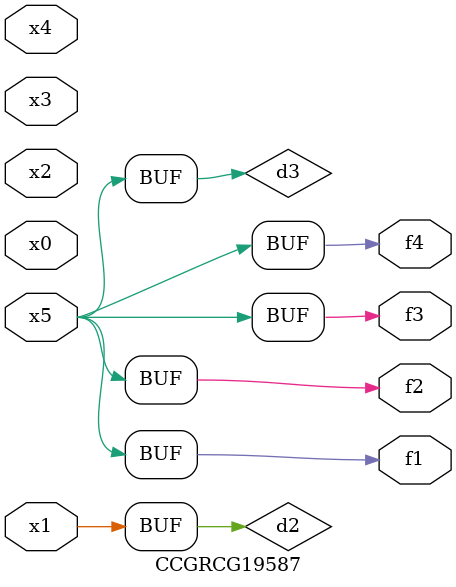
<source format=v>
module CCGRCG19587(
	input x0, x1, x2, x3, x4, x5,
	output f1, f2, f3, f4
);

	wire d1, d2, d3;

	not (d1, x5);
	or (d2, x1);
	xnor (d3, d1);
	assign f1 = d3;
	assign f2 = d3;
	assign f3 = d3;
	assign f4 = d3;
endmodule

</source>
